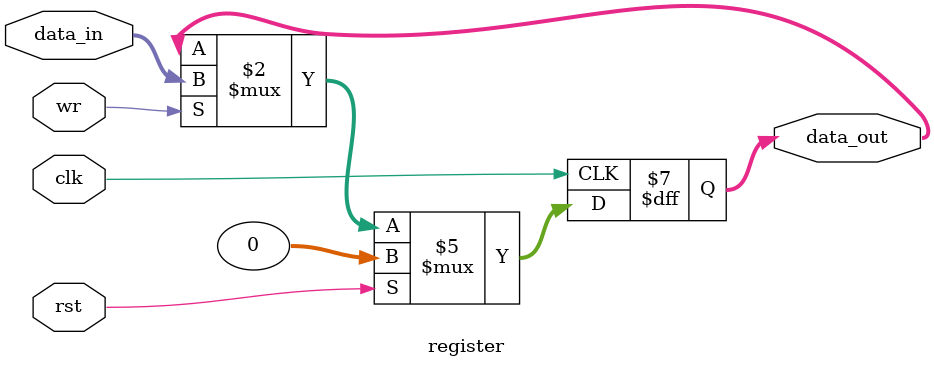
<source format=sv>

module register #(parameter WIDTH=32) (
  input  logic              clk,
  input  logic              rst,
  input  logic [WIDTH-1:0]  data_in,
  input  logic              wr,
  output logic [WIDTH-1:0]  data_out
);

  always_ff @(posedge clk) begin
    if (rst)
      data_out <= 0;
    else if (wr)
      data_out <= data_in;
  end

endmodule
</source>
